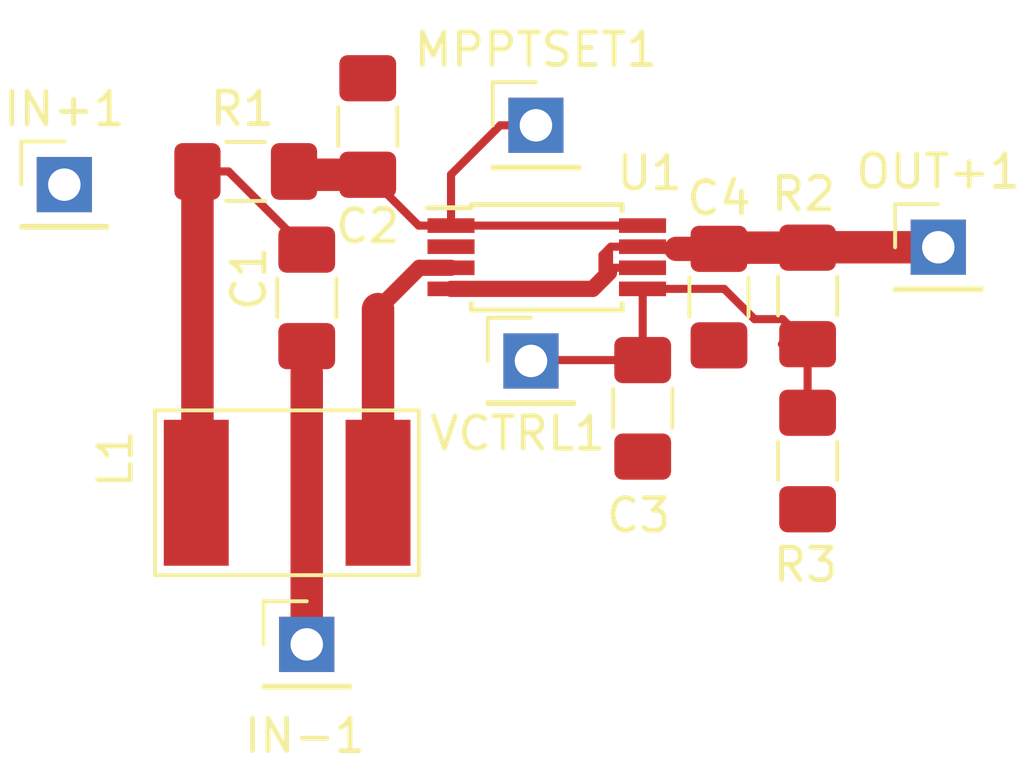
<source format=kicad_pcb>
(kicad_pcb (version 20171130) (host pcbnew "(5.1.0)-1")

  (general
    (thickness 1.6)
    (drawings 0)
    (tracks 48)
    (zones 0)
    (modules 14)
    (nets 7)
  )

  (page A4)
  (layers
    (0 F.Cu signal)
    (31 B.Cu signal)
    (32 B.Adhes user)
    (33 F.Adhes user)
    (34 B.Paste user)
    (35 F.Paste user)
    (36 B.SilkS user)
    (37 F.SilkS user)
    (38 B.Mask user)
    (39 F.Mask user)
    (40 Dwgs.User user)
    (41 Cmts.User user)
    (42 Eco1.User user)
    (43 Eco2.User user)
    (44 Edge.Cuts user)
    (45 Margin user)
    (46 B.CrtYd user)
    (47 F.CrtYd user)
    (48 B.Fab user)
    (49 F.Fab user hide)
  )

  (setup
    (last_trace_width 0.25)
    (trace_clearance 0.2)
    (zone_clearance 0.508)
    (zone_45_only no)
    (trace_min 0.2)
    (via_size 0.8)
    (via_drill 0.4)
    (via_min_size 0.4)
    (via_min_drill 0.3)
    (uvia_size 0.3)
    (uvia_drill 0.1)
    (uvias_allowed no)
    (uvia_min_size 0.2)
    (uvia_min_drill 0.1)
    (edge_width 0.05)
    (segment_width 0.2)
    (pcb_text_width 0.3)
    (pcb_text_size 1.5 1.5)
    (mod_edge_width 0.12)
    (mod_text_size 1 1)
    (mod_text_width 0.15)
    (pad_size 1.524 1.524)
    (pad_drill 0.762)
    (pad_to_mask_clearance 0.051)
    (solder_mask_min_width 0.25)
    (aux_axis_origin 0 0)
    (visible_elements 7FFFFFFF)
    (pcbplotparams
      (layerselection 0x010fc_ffffffff)
      (usegerberextensions false)
      (usegerberattributes false)
      (usegerberadvancedattributes false)
      (creategerberjobfile false)
      (excludeedgelayer true)
      (linewidth 0.100000)
      (plotframeref false)
      (viasonmask false)
      (mode 1)
      (useauxorigin false)
      (hpglpennumber 1)
      (hpglpenspeed 20)
      (hpglpendiameter 15.000000)
      (psnegative false)
      (psa4output false)
      (plotreference true)
      (plotvalue true)
      (plotinvisibletext false)
      (padsonsilk false)
      (subtractmaskfromsilk false)
      (outputformat 1)
      (mirror false)
      (drillshape 1)
      (scaleselection 1)
      (outputdirectory ""))
  )

  (net 0 "")
  (net 1 "Net-(C1-Pad1)")
  (net 2 GNDD)
  (net 3 "Net-(C2-Pad1)")
  (net 4 "Net-(C3-Pad1)")
  (net 5 "Net-(C4-Pad1)")
  (net 6 "Net-(L1-Pad2)")

  (net_class Default "This is the default net class."
    (clearance 0.2)
    (trace_width 0.25)
    (via_dia 0.8)
    (via_drill 0.4)
    (uvia_dia 0.3)
    (uvia_drill 0.1)
    (add_net GNDD)
    (add_net "Net-(C1-Pad1)")
    (add_net "Net-(C2-Pad1)")
    (add_net "Net-(C3-Pad1)")
    (add_net "Net-(C4-Pad1)")
    (add_net "Net-(L1-Pad2)")
  )

  (net_class 0.75 ""
    (clearance 0.2)
    (trace_width 0.75)
    (via_dia 0.8)
    (via_drill 0.4)
    (uvia_dia 0.3)
    (uvia_drill 0.1)
  )

  (module Capacitor_SMD:C_1206_3216Metric_Pad1.42x1.75mm_HandSolder (layer F.Cu) (tedit 5B301BBE) (tstamp 5DF9EDEC)
    (at 91.44 117.1813 270)
    (descr "Capacitor SMD 1206 (3216 Metric), square (rectangular) end terminal, IPC_7351 nominal with elongated pad for handsoldering. (Body size source: http://www.tortai-tech.com/upload/download/2011102023233369053.pdf), generated with kicad-footprint-generator")
    (tags "capacitor handsolder")
    (path /5DF03C7B)
    (attr smd)
    (fp_text reference C1 (at -0.5953 1.778 90) (layer F.SilkS)
      (effects (font (size 1 1) (thickness 0.15)))
    )
    (fp_text value 100u (at 0 1.82 270) (layer F.Fab)
      (effects (font (size 1 1) (thickness 0.15)))
    )
    (fp_line (start -1.6 0.8) (end -1.6 -0.8) (layer F.Fab) (width 0.1))
    (fp_line (start -1.6 -0.8) (end 1.6 -0.8) (layer F.Fab) (width 0.1))
    (fp_line (start 1.6 -0.8) (end 1.6 0.8) (layer F.Fab) (width 0.1))
    (fp_line (start 1.6 0.8) (end -1.6 0.8) (layer F.Fab) (width 0.1))
    (fp_line (start -0.602064 -0.91) (end 0.602064 -0.91) (layer F.SilkS) (width 0.12))
    (fp_line (start -0.602064 0.91) (end 0.602064 0.91) (layer F.SilkS) (width 0.12))
    (fp_line (start -2.45 1.12) (end -2.45 -1.12) (layer F.CrtYd) (width 0.05))
    (fp_line (start -2.45 -1.12) (end 2.45 -1.12) (layer F.CrtYd) (width 0.05))
    (fp_line (start 2.45 -1.12) (end 2.45 1.12) (layer F.CrtYd) (width 0.05))
    (fp_line (start 2.45 1.12) (end -2.45 1.12) (layer F.CrtYd) (width 0.05))
    (fp_text user %R (at -0.412001 0.442499 270) (layer F.Fab)
      (effects (font (size 0.8 0.8) (thickness 0.12)))
    )
    (pad 1 smd roundrect (at -1.4875 0 270) (size 1.425 1.75) (layers F.Cu F.Paste F.Mask) (roundrect_rratio 0.175439)
      (net 1 "Net-(C1-Pad1)"))
    (pad 2 smd roundrect (at 1.4875 0 270) (size 1.425 1.75) (layers F.Cu F.Paste F.Mask) (roundrect_rratio 0.175439)
      (net 2 GNDD))
    (model ${KISYS3DMOD}/Capacitor_SMD.3dshapes/C_1206_3216Metric.wrl
      (at (xyz 0 0 0))
      (scale (xyz 1 1 1))
      (rotate (xyz 0 0 0))
    )
  )

  (module Capacitor_SMD:C_1206_3216Metric_Pad1.42x1.75mm_HandSolder (layer F.Cu) (tedit 5B301BBE) (tstamp 5DF9EDFD)
    (at 93.3196 111.8981 90)
    (descr "Capacitor SMD 1206 (3216 Metric), square (rectangular) end terminal, IPC_7351 nominal with elongated pad for handsoldering. (Body size source: http://www.tortai-tech.com/upload/download/2011102023233369053.pdf), generated with kicad-footprint-generator")
    (tags "capacitor handsolder")
    (path /5DF18322)
    (attr smd)
    (fp_text reference C2 (at -3.075 0 180) (layer F.SilkS)
      (effects (font (size 1 1) (thickness 0.15)))
    )
    (fp_text value 1n (at 0 1.82 90) (layer F.Fab)
      (effects (font (size 1 1) (thickness 0.15)))
    )
    (fp_text user %R (at 0 0 90) (layer F.Fab)
      (effects (font (size 0.8 0.8) (thickness 0.12)))
    )
    (fp_line (start 2.45 1.12) (end -2.45 1.12) (layer F.CrtYd) (width 0.05))
    (fp_line (start 2.45 -1.12) (end 2.45 1.12) (layer F.CrtYd) (width 0.05))
    (fp_line (start -2.45 -1.12) (end 2.45 -1.12) (layer F.CrtYd) (width 0.05))
    (fp_line (start -2.45 1.12) (end -2.45 -1.12) (layer F.CrtYd) (width 0.05))
    (fp_line (start -0.602064 0.91) (end 0.602064 0.91) (layer F.SilkS) (width 0.12))
    (fp_line (start -0.602064 -0.91) (end 0.602064 -0.91) (layer F.SilkS) (width 0.12))
    (fp_line (start 1.6 0.8) (end -1.6 0.8) (layer F.Fab) (width 0.1))
    (fp_line (start 1.6 -0.8) (end 1.6 0.8) (layer F.Fab) (width 0.1))
    (fp_line (start -1.6 -0.8) (end 1.6 -0.8) (layer F.Fab) (width 0.1))
    (fp_line (start -1.6 0.8) (end -1.6 -0.8) (layer F.Fab) (width 0.1))
    (pad 2 smd roundrect (at 1.4875 0 90) (size 1.425 1.75) (layers F.Cu F.Paste F.Mask) (roundrect_rratio 0.175439)
      (net 2 GNDD))
    (pad 1 smd roundrect (at -1.4875 0 90) (size 1.425 1.75) (layers F.Cu F.Paste F.Mask) (roundrect_rratio 0.175439)
      (net 3 "Net-(C2-Pad1)"))
    (model ${KISYS3DMOD}/Capacitor_SMD.3dshapes/C_1206_3216Metric.wrl
      (at (xyz 0 0 0))
      (scale (xyz 1 1 1))
      (rotate (xyz 0 0 0))
    )
  )

  (module Capacitor_SMD:C_1206_3216Metric_Pad1.42x1.75mm_HandSolder (layer F.Cu) (tedit 5B301BBE) (tstamp 5DF9EE0E)
    (at 101.7905 120.5865 270)
    (descr "Capacitor SMD 1206 (3216 Metric), square (rectangular) end terminal, IPC_7351 nominal with elongated pad for handsoldering. (Body size source: http://www.tortai-tech.com/upload/download/2011102023233369053.pdf), generated with kicad-footprint-generator")
    (tags "capacitor handsolder")
    (path /5DF067C0)
    (attr smd)
    (fp_text reference C3 (at 3.302 0.127) (layer F.SilkS)
      (effects (font (size 1 1) (thickness 0.15)))
    )
    (fp_text value 1n (at 0 1.82 270) (layer F.Fab)
      (effects (font (size 1 1) (thickness 0.15)))
    )
    (fp_text user %R (at 0 0 270) (layer F.Fab)
      (effects (font (size 0.8 0.8) (thickness 0.12)))
    )
    (fp_line (start 2.45 1.12) (end -2.45 1.12) (layer F.CrtYd) (width 0.05))
    (fp_line (start 2.45 -1.12) (end 2.45 1.12) (layer F.CrtYd) (width 0.05))
    (fp_line (start -2.45 -1.12) (end 2.45 -1.12) (layer F.CrtYd) (width 0.05))
    (fp_line (start -2.45 1.12) (end -2.45 -1.12) (layer F.CrtYd) (width 0.05))
    (fp_line (start -0.602064 0.91) (end 0.602064 0.91) (layer F.SilkS) (width 0.12))
    (fp_line (start -0.602064 -0.91) (end 0.602064 -0.91) (layer F.SilkS) (width 0.12))
    (fp_line (start 1.6 0.8) (end -1.6 0.8) (layer F.Fab) (width 0.1))
    (fp_line (start 1.6 -0.8) (end 1.6 0.8) (layer F.Fab) (width 0.1))
    (fp_line (start -1.6 -0.8) (end 1.6 -0.8) (layer F.Fab) (width 0.1))
    (fp_line (start -1.6 0.8) (end -1.6 -0.8) (layer F.Fab) (width 0.1))
    (pad 2 smd roundrect (at 1.4875 0 270) (size 1.425 1.75) (layers F.Cu F.Paste F.Mask) (roundrect_rratio 0.175439)
      (net 2 GNDD))
    (pad 1 smd roundrect (at -1.4875 0 270) (size 1.425 1.75) (layers F.Cu F.Paste F.Mask) (roundrect_rratio 0.175439)
      (net 4 "Net-(C3-Pad1)"))
    (model ${KISYS3DMOD}/Capacitor_SMD.3dshapes/C_1206_3216Metric.wrl
      (at (xyz 0 0 0))
      (scale (xyz 1 1 1))
      (rotate (xyz 0 0 0))
    )
  )

  (module Capacitor_SMD:C_1206_3216Metric_Pad1.42x1.75mm_HandSolder (layer F.Cu) (tedit 5B301BBE) (tstamp 5DF9EE1F)
    (at 104.14 117.1575 270)
    (descr "Capacitor SMD 1206 (3216 Metric), square (rectangular) end terminal, IPC_7351 nominal with elongated pad for handsoldering. (Body size source: http://www.tortai-tech.com/upload/download/2011102023233369053.pdf), generated with kicad-footprint-generator")
    (tags "capacitor handsolder")
    (path /5DF0D320)
    (attr smd)
    (fp_text reference C4 (at -3.048 0) (layer F.SilkS)
      (effects (font (size 1 1) (thickness 0.15)))
    )
    (fp_text value 100u (at 0 1.82 270) (layer F.Fab)
      (effects (font (size 1 1) (thickness 0.15)))
    )
    (fp_line (start -1.6 0.8) (end -1.6 -0.8) (layer F.Fab) (width 0.1))
    (fp_line (start -1.6 -0.8) (end 1.6 -0.8) (layer F.Fab) (width 0.1))
    (fp_line (start 1.6 -0.8) (end 1.6 0.8) (layer F.Fab) (width 0.1))
    (fp_line (start 1.6 0.8) (end -1.6 0.8) (layer F.Fab) (width 0.1))
    (fp_line (start -0.602064 -0.91) (end 0.602064 -0.91) (layer F.SilkS) (width 0.12))
    (fp_line (start -0.602064 0.91) (end 0.602064 0.91) (layer F.SilkS) (width 0.12))
    (fp_line (start -2.45 1.12) (end -2.45 -1.12) (layer F.CrtYd) (width 0.05))
    (fp_line (start -2.45 -1.12) (end 2.45 -1.12) (layer F.CrtYd) (width 0.05))
    (fp_line (start 2.45 -1.12) (end 2.45 1.12) (layer F.CrtYd) (width 0.05))
    (fp_line (start 2.45 1.12) (end -2.45 1.12) (layer F.CrtYd) (width 0.05))
    (fp_text user %R (at 0 0 270) (layer F.Fab)
      (effects (font (size 0.8 0.8) (thickness 0.12)))
    )
    (pad 1 smd roundrect (at -1.4875 0 270) (size 1.425 1.75) (layers F.Cu F.Paste F.Mask) (roundrect_rratio 0.175439)
      (net 5 "Net-(C4-Pad1)"))
    (pad 2 smd roundrect (at 1.4875 0 270) (size 1.425 1.75) (layers F.Cu F.Paste F.Mask) (roundrect_rratio 0.175439)
      (net 2 GNDD))
    (model ${KISYS3DMOD}/Capacitor_SMD.3dshapes/C_1206_3216Metric.wrl
      (at (xyz 0 0 0))
      (scale (xyz 1 1 1))
      (rotate (xyz 0 0 0))
    )
  )

  (module Connector_PinHeader_2.54mm:PinHeader_1x01_P2.54mm_Vertical (layer F.Cu) (tedit 59FED5CC) (tstamp 5DF9EE34)
    (at 83.9724 113.6904)
    (descr "Through hole straight pin header, 1x01, 2.54mm pitch, single row")
    (tags "Through hole pin header THT 1x01 2.54mm single row")
    (path /5DF0C221)
    (fp_text reference IN+1 (at 0 -2.33) (layer F.SilkS)
      (effects (font (size 1 1) (thickness 0.15)))
    )
    (fp_text value TestPoint (at 0 2.33) (layer F.Fab)
      (effects (font (size 1 1) (thickness 0.15)))
    )
    (fp_line (start -0.635 -1.27) (end 1.27 -1.27) (layer F.Fab) (width 0.1))
    (fp_line (start 1.27 -1.27) (end 1.27 1.27) (layer F.Fab) (width 0.1))
    (fp_line (start 1.27 1.27) (end -1.27 1.27) (layer F.Fab) (width 0.1))
    (fp_line (start -1.27 1.27) (end -1.27 -0.635) (layer F.Fab) (width 0.1))
    (fp_line (start -1.27 -0.635) (end -0.635 -1.27) (layer F.Fab) (width 0.1))
    (fp_line (start -1.33 1.33) (end 1.33 1.33) (layer F.SilkS) (width 0.12))
    (fp_line (start -1.33 1.27) (end -1.33 1.33) (layer F.SilkS) (width 0.12))
    (fp_line (start 1.33 1.27) (end 1.33 1.33) (layer F.SilkS) (width 0.12))
    (fp_line (start -1.33 1.27) (end 1.33 1.27) (layer F.SilkS) (width 0.12))
    (fp_line (start -1.33 0) (end -1.33 -1.33) (layer F.SilkS) (width 0.12))
    (fp_line (start -1.33 -1.33) (end 0 -1.33) (layer F.SilkS) (width 0.12))
    (fp_line (start -1.8 -1.8) (end -1.8 1.8) (layer F.CrtYd) (width 0.05))
    (fp_line (start -1.8 1.8) (end 1.8 1.8) (layer F.CrtYd) (width 0.05))
    (fp_line (start 1.8 1.8) (end 1.8 -1.8) (layer F.CrtYd) (width 0.05))
    (fp_line (start 1.8 -1.8) (end -1.8 -1.8) (layer F.CrtYd) (width 0.05))
    (fp_text user %R (at 0 0 90) (layer F.Fab)
      (effects (font (size 1 1) (thickness 0.15)))
    )
    (pad 1 thru_hole rect (at 0 0) (size 1.7 1.7) (drill 1) (layers *.Cu *.Mask)
      (net 1 "Net-(C1-Pad1)"))
    (model ${KISYS3DMOD}/Connector_PinHeader_2.54mm.3dshapes/PinHeader_1x01_P2.54mm_Vertical.wrl
      (at (xyz 0 0 0))
      (scale (xyz 1 1 1))
      (rotate (xyz 0 0 0))
    )
  )

  (module Connector_PinHeader_2.54mm:PinHeader_1x01_P2.54mm_Vertical (layer F.Cu) (tedit 59FED5CC) (tstamp 5DF9B3F8)
    (at 91.44 127.8636)
    (descr "Through hole straight pin header, 1x01, 2.54mm pitch, single row")
    (tags "Through hole pin header THT 1x01 2.54mm single row")
    (path /5DF0CB9C)
    (fp_text reference IN-1 (at -0.0508 2.8194) (layer F.SilkS)
      (effects (font (size 1 1) (thickness 0.15)))
    )
    (fp_text value TestPoint (at 0 2.33) (layer F.Fab)
      (effects (font (size 1 1) (thickness 0.15)))
    )
    (fp_text user %R (at 0 0 90) (layer F.Fab)
      (effects (font (size 1 1) (thickness 0.15)))
    )
    (fp_line (start 1.8 -1.8) (end -1.8 -1.8) (layer F.CrtYd) (width 0.05))
    (fp_line (start 1.8 1.8) (end 1.8 -1.8) (layer F.CrtYd) (width 0.05))
    (fp_line (start -1.8 1.8) (end 1.8 1.8) (layer F.CrtYd) (width 0.05))
    (fp_line (start -1.8 -1.8) (end -1.8 1.8) (layer F.CrtYd) (width 0.05))
    (fp_line (start -1.33 -1.33) (end 0 -1.33) (layer F.SilkS) (width 0.12))
    (fp_line (start -1.33 0) (end -1.33 -1.33) (layer F.SilkS) (width 0.12))
    (fp_line (start -1.33 1.27) (end 1.33 1.27) (layer F.SilkS) (width 0.12))
    (fp_line (start 1.33 1.27) (end 1.33 1.33) (layer F.SilkS) (width 0.12))
    (fp_line (start -1.33 1.27) (end -1.33 1.33) (layer F.SilkS) (width 0.12))
    (fp_line (start -1.33 1.33) (end 1.33 1.33) (layer F.SilkS) (width 0.12))
    (fp_line (start -1.27 -0.635) (end -0.635 -1.27) (layer F.Fab) (width 0.1))
    (fp_line (start -1.27 1.27) (end -1.27 -0.635) (layer F.Fab) (width 0.1))
    (fp_line (start 1.27 1.27) (end -1.27 1.27) (layer F.Fab) (width 0.1))
    (fp_line (start 1.27 -1.27) (end 1.27 1.27) (layer F.Fab) (width 0.1))
    (fp_line (start -0.635 -1.27) (end 1.27 -1.27) (layer F.Fab) (width 0.1))
    (pad 1 thru_hole rect (at 0 0) (size 1.7 1.7) (drill 1) (layers *.Cu *.Mask)
      (net 2 GNDD))
    (model ${KISYS3DMOD}/Connector_PinHeader_2.54mm.3dshapes/PinHeader_1x01_P2.54mm_Vertical.wrl
      (at (xyz 0 0 0))
      (scale (xyz 1 1 1))
      (rotate (xyz 0 0 0))
    )
  )

  (module B82442T1103K050:B82442T1103K050 (layer F.Cu) (tedit 5DF99D39) (tstamp 5DF9A678)
    (at 88.0364 123.19)
    (path /5DF0024B)
    (fp_text reference L1 (at -2.4892 -1.0414 90) (layer F.SilkS)
      (effects (font (size 1 1) (thickness 0.15)))
    )
    (fp_text value 10u (at 3.048 -5.588) (layer F.Fab)
      (effects (font (size 1 1) (thickness 0.15)))
    )
    (fp_line (start -1.27 -2.54) (end 6.858 -2.54) (layer F.SilkS) (width 0.12))
    (fp_line (start 6.858 -2.54) (end 6.858 2.54) (layer F.SilkS) (width 0.12))
    (fp_line (start 6.858 2.54) (end -1.27 2.54) (layer F.SilkS) (width 0.12))
    (fp_line (start -1.27 2.54) (end -1.27 -2.54) (layer F.SilkS) (width 0.12))
    (pad 1 smd rect (at 0 0) (size 2 4.5) (layers F.Cu F.Paste F.Mask)
      (net 1 "Net-(C1-Pad1)"))
    (pad 2 smd rect (at 5.6 0) (size 2 4.5) (layers F.Cu F.Paste F.Mask)
      (net 6 "Net-(L1-Pad2)"))
  )

  (module Connector_PinHeader_2.54mm:PinHeader_1x01_P2.54mm_Vertical (layer F.Cu) (tedit 59FED5CC) (tstamp 5DF9EE7D)
    (at 98.5012 111.8616)
    (descr "Through hole straight pin header, 1x01, 2.54mm pitch, single row")
    (tags "Through hole pin header THT 1x01 2.54mm single row")
    (path /5DF20F1E)
    (fp_text reference MPPTSET1 (at 0 -2.33) (layer F.SilkS)
      (effects (font (size 1 1) (thickness 0.15)))
    )
    (fp_text value TestPoint (at 0 2.33) (layer F.Fab)
      (effects (font (size 1 1) (thickness 0.15)))
    )
    (fp_text user %R (at 0 0 90) (layer F.Fab)
      (effects (font (size 1 1) (thickness 0.15)))
    )
    (fp_line (start 1.8 -1.8) (end -1.8 -1.8) (layer F.CrtYd) (width 0.05))
    (fp_line (start 1.8 1.8) (end 1.8 -1.8) (layer F.CrtYd) (width 0.05))
    (fp_line (start -1.8 1.8) (end 1.8 1.8) (layer F.CrtYd) (width 0.05))
    (fp_line (start -1.8 -1.8) (end -1.8 1.8) (layer F.CrtYd) (width 0.05))
    (fp_line (start -1.33 -1.33) (end 0 -1.33) (layer F.SilkS) (width 0.12))
    (fp_line (start -1.33 0) (end -1.33 -1.33) (layer F.SilkS) (width 0.12))
    (fp_line (start -1.33 1.27) (end 1.33 1.27) (layer F.SilkS) (width 0.12))
    (fp_line (start 1.33 1.27) (end 1.33 1.33) (layer F.SilkS) (width 0.12))
    (fp_line (start -1.33 1.27) (end -1.33 1.33) (layer F.SilkS) (width 0.12))
    (fp_line (start -1.33 1.33) (end 1.33 1.33) (layer F.SilkS) (width 0.12))
    (fp_line (start -1.27 -0.635) (end -0.635 -1.27) (layer F.Fab) (width 0.1))
    (fp_line (start -1.27 1.27) (end -1.27 -0.635) (layer F.Fab) (width 0.1))
    (fp_line (start 1.27 1.27) (end -1.27 1.27) (layer F.Fab) (width 0.1))
    (fp_line (start 1.27 -1.27) (end 1.27 1.27) (layer F.Fab) (width 0.1))
    (fp_line (start -0.635 -1.27) (end 1.27 -1.27) (layer F.Fab) (width 0.1))
    (pad 1 thru_hole rect (at 0 0) (size 1.7 1.7) (drill 1) (layers *.Cu *.Mask)
      (net 3 "Net-(C2-Pad1)"))
    (model ${KISYS3DMOD}/Connector_PinHeader_2.54mm.3dshapes/PinHeader_1x01_P2.54mm_Vertical.wrl
      (at (xyz 0 0 0))
      (scale (xyz 1 1 1))
      (rotate (xyz 0 0 0))
    )
  )

  (module Connector_PinHeader_2.54mm:PinHeader_1x01_P2.54mm_Vertical (layer F.Cu) (tedit 59FED5CC) (tstamp 5DF9EE92)
    (at 110.8964 115.6208)
    (descr "Through hole straight pin header, 1x01, 2.54mm pitch, single row")
    (tags "Through hole pin header THT 1x01 2.54mm single row")
    (path /5DF0E3DD)
    (fp_text reference OUT+1 (at 0 -2.33) (layer F.SilkS)
      (effects (font (size 1 1) (thickness 0.15)))
    )
    (fp_text value TestPoint (at 0 2.33) (layer F.Fab)
      (effects (font (size 1 1) (thickness 0.15)))
    )
    (fp_line (start -0.635 -1.27) (end 1.27 -1.27) (layer F.Fab) (width 0.1))
    (fp_line (start 1.27 -1.27) (end 1.27 1.27) (layer F.Fab) (width 0.1))
    (fp_line (start 1.27 1.27) (end -1.27 1.27) (layer F.Fab) (width 0.1))
    (fp_line (start -1.27 1.27) (end -1.27 -0.635) (layer F.Fab) (width 0.1))
    (fp_line (start -1.27 -0.635) (end -0.635 -1.27) (layer F.Fab) (width 0.1))
    (fp_line (start -1.33 1.33) (end 1.33 1.33) (layer F.SilkS) (width 0.12))
    (fp_line (start -1.33 1.27) (end -1.33 1.33) (layer F.SilkS) (width 0.12))
    (fp_line (start 1.33 1.27) (end 1.33 1.33) (layer F.SilkS) (width 0.12))
    (fp_line (start -1.33 1.27) (end 1.33 1.27) (layer F.SilkS) (width 0.12))
    (fp_line (start -1.33 0) (end -1.33 -1.33) (layer F.SilkS) (width 0.12))
    (fp_line (start -1.33 -1.33) (end 0 -1.33) (layer F.SilkS) (width 0.12))
    (fp_line (start -1.8 -1.8) (end -1.8 1.8) (layer F.CrtYd) (width 0.05))
    (fp_line (start -1.8 1.8) (end 1.8 1.8) (layer F.CrtYd) (width 0.05))
    (fp_line (start 1.8 1.8) (end 1.8 -1.8) (layer F.CrtYd) (width 0.05))
    (fp_line (start 1.8 -1.8) (end -1.8 -1.8) (layer F.CrtYd) (width 0.05))
    (fp_text user %R (at 0 0 90) (layer F.Fab)
      (effects (font (size 1 1) (thickness 0.15)))
    )
    (pad 1 thru_hole rect (at 0 0) (size 1.7 1.7) (drill 1) (layers *.Cu *.Mask)
      (net 5 "Net-(C4-Pad1)"))
    (model ${KISYS3DMOD}/Connector_PinHeader_2.54mm.3dshapes/PinHeader_1x01_P2.54mm_Vertical.wrl
      (at (xyz 0 0 0))
      (scale (xyz 1 1 1))
      (rotate (xyz 0 0 0))
    )
  )

  (module Resistor_SMD:R_1206_3216Metric_Pad1.42x1.75mm_HandSolder (layer F.Cu) (tedit 5B301BBD) (tstamp 5DF9EEB8)
    (at 89.5604 113.284 180)
    (descr "Resistor SMD 1206 (3216 Metric), square (rectangular) end terminal, IPC_7351 nominal with elongated pad for handsoldering. (Body size source: http://www.tortai-tech.com/upload/download/2011102023233369053.pdf), generated with kicad-footprint-generator")
    (tags "resistor handsolder")
    (path /5DF00C3E)
    (attr smd)
    (fp_text reference R1 (at 0.1016 1.9304 180) (layer F.SilkS)
      (effects (font (size 1 1) (thickness 0.15)))
    )
    (fp_text value 1K (at 0 1.82 180) (layer F.Fab)
      (effects (font (size 1 1) (thickness 0.15)))
    )
    (fp_line (start -1.6 0.8) (end -1.6 -0.8) (layer F.Fab) (width 0.1))
    (fp_line (start -1.6 -0.8) (end 1.6 -0.8) (layer F.Fab) (width 0.1))
    (fp_line (start 1.6 -0.8) (end 1.6 0.8) (layer F.Fab) (width 0.1))
    (fp_line (start 1.6 0.8) (end -1.6 0.8) (layer F.Fab) (width 0.1))
    (fp_line (start -0.602064 -0.91) (end 0.602064 -0.91) (layer F.SilkS) (width 0.12))
    (fp_line (start -0.602064 0.91) (end 0.602064 0.91) (layer F.SilkS) (width 0.12))
    (fp_line (start -2.45 1.12) (end -2.45 -1.12) (layer F.CrtYd) (width 0.05))
    (fp_line (start -2.45 -1.12) (end 2.45 -1.12) (layer F.CrtYd) (width 0.05))
    (fp_line (start 2.45 -1.12) (end 2.45 1.12) (layer F.CrtYd) (width 0.05))
    (fp_line (start 2.45 1.12) (end -2.45 1.12) (layer F.CrtYd) (width 0.05))
    (fp_text user %R (at 0 0 180) (layer F.Fab)
      (effects (font (size 0.8 0.8) (thickness 0.12)))
    )
    (pad 1 smd roundrect (at -1.4875 0 180) (size 1.425 1.75) (layers F.Cu F.Paste F.Mask) (roundrect_rratio 0.175439)
      (net 3 "Net-(C2-Pad1)"))
    (pad 2 smd roundrect (at 1.4875 0 180) (size 1.425 1.75) (layers F.Cu F.Paste F.Mask) (roundrect_rratio 0.175439)
      (net 1 "Net-(C1-Pad1)"))
    (model ${KISYS3DMOD}/Resistor_SMD.3dshapes/R_1206_3216Metric.wrl
      (at (xyz 0 0 0))
      (scale (xyz 1 1 1))
      (rotate (xyz 0 0 0))
    )
  )

  (module Resistor_SMD:R_1206_3216Metric_Pad1.42x1.75mm_HandSolder (layer F.Cu) (tedit 5B301BBD) (tstamp 5DF9A024)
    (at 106.8705 117.121 90)
    (descr "Resistor SMD 1206 (3216 Metric), square (rectangular) end terminal, IPC_7351 nominal with elongated pad for handsoldering. (Body size source: http://www.tortai-tech.com/upload/download/2011102023233369053.pdf), generated with kicad-footprint-generator")
    (tags "resistor handsolder")
    (path /5DF04D7F)
    (attr smd)
    (fp_text reference R2 (at 3.1385 -0.127 180) (layer F.SilkS)
      (effects (font (size 1 1) (thickness 0.15)))
    )
    (fp_text value 768k (at 0 1.82 90) (layer F.Fab)
      (effects (font (size 1 1) (thickness 0.15)))
    )
    (fp_text user %R (at 0 0 90) (layer F.Fab)
      (effects (font (size 0.8 0.8) (thickness 0.12)))
    )
    (fp_line (start 2.45 1.12) (end -2.45 1.12) (layer F.CrtYd) (width 0.05))
    (fp_line (start 2.45 -1.12) (end 2.45 1.12) (layer F.CrtYd) (width 0.05))
    (fp_line (start -2.45 -1.12) (end 2.45 -1.12) (layer F.CrtYd) (width 0.05))
    (fp_line (start -2.45 1.12) (end -2.45 -1.12) (layer F.CrtYd) (width 0.05))
    (fp_line (start -0.602064 0.91) (end 0.602064 0.91) (layer F.SilkS) (width 0.12))
    (fp_line (start -0.602064 -0.91) (end 0.602064 -0.91) (layer F.SilkS) (width 0.12))
    (fp_line (start 1.6 0.8) (end -1.6 0.8) (layer F.Fab) (width 0.1))
    (fp_line (start 1.6 -0.8) (end 1.6 0.8) (layer F.Fab) (width 0.1))
    (fp_line (start -1.6 -0.8) (end 1.6 -0.8) (layer F.Fab) (width 0.1))
    (fp_line (start -1.6 0.8) (end -1.6 -0.8) (layer F.Fab) (width 0.1))
    (pad 2 smd roundrect (at 1.4875 0 90) (size 1.425 1.75) (layers F.Cu F.Paste F.Mask) (roundrect_rratio 0.175439)
      (net 5 "Net-(C4-Pad1)"))
    (pad 1 smd roundrect (at -1.4875 0 90) (size 1.425 1.75) (layers F.Cu F.Paste F.Mask) (roundrect_rratio 0.175439)
      (net 4 "Net-(C3-Pad1)"))
    (model ${KISYS3DMOD}/Resistor_SMD.3dshapes/R_1206_3216Metric.wrl
      (at (xyz 0 0 0))
      (scale (xyz 1 1 1))
      (rotate (xyz 0 0 0))
    )
  )

  (module Resistor_SMD:R_1206_3216Metric_Pad1.42x1.75mm_HandSolder (layer F.Cu) (tedit 5B301BBD) (tstamp 5DF9EEDA)
    (at 106.8705 122.2105 90)
    (descr "Resistor SMD 1206 (3216 Metric), square (rectangular) end terminal, IPC_7351 nominal with elongated pad for handsoldering. (Body size source: http://www.tortai-tech.com/upload/download/2011102023233369053.pdf), generated with kicad-footprint-generator")
    (tags "resistor handsolder")
    (path /5DF056B9)
    (attr smd)
    (fp_text reference R3 (at -3.202 -0.0635 180) (layer F.SilkS)
      (effects (font (size 1 1) (thickness 0.15)))
    )
    (fp_text value 330k (at 0 1.82 90) (layer F.Fab)
      (effects (font (size 1 1) (thickness 0.15)))
    )
    (fp_line (start -1.6 0.8) (end -1.6 -0.8) (layer F.Fab) (width 0.1))
    (fp_line (start -1.6 -0.8) (end 1.6 -0.8) (layer F.Fab) (width 0.1))
    (fp_line (start 1.6 -0.8) (end 1.6 0.8) (layer F.Fab) (width 0.1))
    (fp_line (start 1.6 0.8) (end -1.6 0.8) (layer F.Fab) (width 0.1))
    (fp_line (start -0.602064 -0.91) (end 0.602064 -0.91) (layer F.SilkS) (width 0.12))
    (fp_line (start -0.602064 0.91) (end 0.602064 0.91) (layer F.SilkS) (width 0.12))
    (fp_line (start -2.45 1.12) (end -2.45 -1.12) (layer F.CrtYd) (width 0.05))
    (fp_line (start -2.45 -1.12) (end 2.45 -1.12) (layer F.CrtYd) (width 0.05))
    (fp_line (start 2.45 -1.12) (end 2.45 1.12) (layer F.CrtYd) (width 0.05))
    (fp_line (start 2.45 1.12) (end -2.45 1.12) (layer F.CrtYd) (width 0.05))
    (fp_text user %R (at 0 0 90) (layer F.Fab)
      (effects (font (size 0.8 0.8) (thickness 0.12)))
    )
    (pad 1 smd roundrect (at -1.4875 0 90) (size 1.425 1.75) (layers F.Cu F.Paste F.Mask) (roundrect_rratio 0.175439)
      (net 2 GNDD))
    (pad 2 smd roundrect (at 1.4875 0 90) (size 1.425 1.75) (layers F.Cu F.Paste F.Mask) (roundrect_rratio 0.175439)
      (net 4 "Net-(C3-Pad1)"))
    (model ${KISYS3DMOD}/Resistor_SMD.3dshapes/R_1206_3216Metric.wrl
      (at (xyz 0 0 0))
      (scale (xyz 1 1 1))
      (rotate (xyz 0 0 0))
    )
  )

  (module Package_SO:TSSOP-8_4.4x3mm_P0.65mm (layer F.Cu) (tedit 5A02F25C) (tstamp 5DF99ECB)
    (at 98.835 115.9285)
    (descr "8-Lead Plastic Thin Shrink Small Outline (ST)-4.4 mm Body [TSSOP] (see Microchip Packaging Specification 00000049BS.pdf)")
    (tags "SSOP 0.65")
    (path /5DEFFC94)
    (attr smd)
    (fp_text reference U1 (at 3.1714 -2.5937) (layer F.SilkS)
      (effects (font (size 1 1) (thickness 0.15)))
    )
    (fp_text value SPV1040 (at 0 2.55) (layer F.Fab)
      (effects (font (size 1 1) (thickness 0.15)))
    )
    (fp_line (start -1.2 -1.5) (end 2.2 -1.5) (layer F.Fab) (width 0.15))
    (fp_line (start 2.2 -1.5) (end 2.2 1.5) (layer F.Fab) (width 0.15))
    (fp_line (start 2.2 1.5) (end -2.2 1.5) (layer F.Fab) (width 0.15))
    (fp_line (start -2.2 1.5) (end -2.2 -0.5) (layer F.Fab) (width 0.15))
    (fp_line (start -2.2 -0.5) (end -1.2 -1.5) (layer F.Fab) (width 0.15))
    (fp_line (start -3.95 -1.8) (end -3.95 1.8) (layer F.CrtYd) (width 0.05))
    (fp_line (start 3.95 -1.8) (end 3.95 1.8) (layer F.CrtYd) (width 0.05))
    (fp_line (start -3.95 -1.8) (end 3.95 -1.8) (layer F.CrtYd) (width 0.05))
    (fp_line (start -3.95 1.8) (end 3.95 1.8) (layer F.CrtYd) (width 0.05))
    (fp_line (start -2.325 -1.625) (end -2.325 -1.525) (layer F.SilkS) (width 0.15))
    (fp_line (start 2.325 -1.625) (end 2.325 -1.425) (layer F.SilkS) (width 0.15))
    (fp_line (start 2.325 1.625) (end 2.325 1.425) (layer F.SilkS) (width 0.15))
    (fp_line (start -2.325 1.625) (end -2.325 1.425) (layer F.SilkS) (width 0.15))
    (fp_line (start -2.325 -1.625) (end 2.325 -1.625) (layer F.SilkS) (width 0.15))
    (fp_line (start -2.325 1.625) (end 2.325 1.625) (layer F.SilkS) (width 0.15))
    (fp_line (start -2.325 -1.525) (end -3.675 -1.525) (layer F.SilkS) (width 0.15))
    (fp_text user %R (at -0.4445 0.381) (layer F.Fab)
      (effects (font (size 0.7 0.7) (thickness 0.15)))
    )
    (pad 1 smd rect (at -2.95 -0.975) (size 1.45 0.45) (layers F.Cu F.Paste F.Mask)
      (net 3 "Net-(C2-Pad1)"))
    (pad 2 smd rect (at -2.95 -0.325) (size 1.45 0.45) (layers F.Cu F.Paste F.Mask)
      (net 2 GNDD))
    (pad 3 smd rect (at -2.95 0.325) (size 1.45 0.45) (layers F.Cu F.Paste F.Mask)
      (net 6 "Net-(L1-Pad2)"))
    (pad 4 smd rect (at -2.95 0.975) (size 1.45 0.45) (layers F.Cu F.Paste F.Mask)
      (net 5 "Net-(C4-Pad1)"))
    (pad 5 smd rect (at 2.95 0.975) (size 1.45 0.45) (layers F.Cu F.Paste F.Mask)
      (net 4 "Net-(C3-Pad1)"))
    (pad 6 smd rect (at 2.95 0.325) (size 1.45 0.45) (layers F.Cu F.Paste F.Mask)
      (net 5 "Net-(C4-Pad1)"))
    (pad 7 smd rect (at 2.95 -0.325) (size 1.45 0.45) (layers F.Cu F.Paste F.Mask)
      (net 5 "Net-(C4-Pad1)"))
    (pad 8 smd rect (at 2.95 -0.975) (size 1.45 0.45) (layers F.Cu F.Paste F.Mask)
      (net 3 "Net-(C2-Pad1)"))
    (model ${KISYS3DMOD}/Package_SO.3dshapes/TSSOP-8_4.4x3mm_P0.65mm.wrl
      (at (xyz 0 0 0))
      (scale (xyz 1 1 1))
      (rotate (xyz 0 0 0))
    )
  )

  (module Connector_PinHeader_2.54mm:PinHeader_1x01_P2.54mm_Vertical (layer F.Cu) (tedit 59FED5CC) (tstamp 5DF9EF0C)
    (at 98.3488 119.126)
    (descr "Through hole straight pin header, 1x01, 2.54mm pitch, single row")
    (tags "Through hole pin header THT 1x01 2.54mm single row")
    (path /5DF20AB3)
    (fp_text reference VCTRL1 (at -0.4064 2.2352) (layer F.SilkS)
      (effects (font (size 1 1) (thickness 0.15)))
    )
    (fp_text value TestPoint (at 0 2.33) (layer F.Fab)
      (effects (font (size 1 1) (thickness 0.15)))
    )
    (fp_line (start -0.635 -1.27) (end 1.27 -1.27) (layer F.Fab) (width 0.1))
    (fp_line (start 1.27 -1.27) (end 1.27 1.27) (layer F.Fab) (width 0.1))
    (fp_line (start 1.27 1.27) (end -1.27 1.27) (layer F.Fab) (width 0.1))
    (fp_line (start -1.27 1.27) (end -1.27 -0.635) (layer F.Fab) (width 0.1))
    (fp_line (start -1.27 -0.635) (end -0.635 -1.27) (layer F.Fab) (width 0.1))
    (fp_line (start -1.33 1.33) (end 1.33 1.33) (layer F.SilkS) (width 0.12))
    (fp_line (start -1.33 1.27) (end -1.33 1.33) (layer F.SilkS) (width 0.12))
    (fp_line (start 1.33 1.27) (end 1.33 1.33) (layer F.SilkS) (width 0.12))
    (fp_line (start -1.33 1.27) (end 1.33 1.27) (layer F.SilkS) (width 0.12))
    (fp_line (start -1.33 0) (end -1.33 -1.33) (layer F.SilkS) (width 0.12))
    (fp_line (start -1.33 -1.33) (end 0 -1.33) (layer F.SilkS) (width 0.12))
    (fp_line (start -1.8 -1.8) (end -1.8 1.8) (layer F.CrtYd) (width 0.05))
    (fp_line (start -1.8 1.8) (end 1.8 1.8) (layer F.CrtYd) (width 0.05))
    (fp_line (start 1.8 1.8) (end 1.8 -1.8) (layer F.CrtYd) (width 0.05))
    (fp_line (start 1.8 -1.8) (end -1.8 -1.8) (layer F.CrtYd) (width 0.05))
    (fp_text user %R (at 0 0 90) (layer F.Fab)
      (effects (font (size 1 1) (thickness 0.15)))
    )
    (pad 1 thru_hole rect (at 0 0) (size 1.7 1.7) (drill 1) (layers *.Cu *.Mask)
      (net 4 "Net-(C3-Pad1)"))
    (model ${KISYS3DMOD}/Connector_PinHeader_2.54mm.3dshapes/PinHeader_1x01_P2.54mm_Vertical.wrl
      (at (xyz 0 0 0))
      (scale (xyz 1 1 1))
      (rotate (xyz 0 0 0))
    )
  )

  (segment (start 88.5444 113.7555) (end 88.0729 113.284) (width 0.25) (layer F.Cu) (net 1))
  (segment (start 88.0729 123.1535) (end 88.0364 123.19) (width 0.25) (layer F.Cu) (net 1))
  (segment (start 88.0729 113.284) (end 88.0729 123.1535) (width 1) (layer F.Cu) (net 1))
  (segment (start 89.0302 113.284) (end 88.0729 113.284) (width 0.25) (layer F.Cu) (net 1))
  (segment (start 91.44 115.6938) (end 89.0302 113.284) (width 0.25) (layer F.Cu) (net 1))
  (segment (start 91.44 119.4813) (end 91.44 127.8636) (width 1) (layer F.Cu) (net 2))
  (segment (start 91.44 118.6688) (end 91.44 119.4813) (width 0.25) (layer F.Cu) (net 2))
  (segment (start 95.885 114.9535) (end 101.785 114.9535) (width 0.25) (layer F.Cu) (net 3))
  (segment (start 94.8875 114.9535) (end 93.3196 113.3856) (width 0.25) (layer F.Cu) (net 3))
  (segment (start 95.885 114.9535) (end 94.8875 114.9535) (width 0.25) (layer F.Cu) (net 3))
  (segment (start 91.1495 113.3856) (end 91.0479 113.284) (width 0.25) (layer F.Cu) (net 3))
  (segment (start 93.3196 113.3856) (end 91.1495 113.3856) (width 1) (layer F.Cu) (net 3))
  (segment (start 97.4012 111.8616) (end 98.5012 111.8616) (width 0.25) (layer F.Cu) (net 3))
  (segment (start 95.885 113.3778) (end 97.4012 111.8616) (width 0.25) (layer F.Cu) (net 3))
  (segment (start 95.885 114.9535) (end 95.885 113.3778) (width 0.25) (layer F.Cu) (net 3))
  (segment (start 101.7905 116.909) (end 101.785 116.9035) (width 0.25) (layer F.Cu) (net 4))
  (segment (start 101.7905 119.099) (end 101.7905 116.909) (width 0.25) (layer F.Cu) (net 4))
  (segment (start 98.3758 119.099) (end 98.3488 119.126) (width 0.25) (layer F.Cu) (net 4))
  (segment (start 101.7905 119.099) (end 98.3758 119.099) (width 0.25) (layer F.Cu) (net 4))
  (segment (start 106.8705 118.6085) (end 106.8705 120.723) (width 0.25) (layer F.Cu) (net 4))
  (segment (start 106.8705 118.6085) (end 106.07719 118.6085) (width 0.25) (layer F.Cu) (net 4))
  (segment (start 102.76 116.9035) (end 101.785 116.9035) (width 0.25) (layer F.Cu) (net 4))
  (segment (start 104.29919 116.9035) (end 102.76 116.9035) (width 0.25) (layer F.Cu) (net 4))
  (segment (start 105.232843 117.837153) (end 104.29919 116.9035) (width 0.25) (layer F.Cu) (net 4))
  (segment (start 106.099153 117.837153) (end 105.232843 117.837153) (width 0.25) (layer F.Cu) (net 4))
  (segment (start 106.8705 118.6085) (end 106.099153 117.837153) (width 0.25) (layer F.Cu) (net 4))
  (segment (start 95.885 116.9035) (end 100.249998 116.9035) (width 0.5) (layer F.Cu) (net 5))
  (segment (start 104.1765 115.6335) (end 104.14 115.67) (width 0.25) (layer F.Cu) (net 5))
  (segment (start 106.8705 115.6335) (end 104.1765 115.6335) (width 1) (layer F.Cu) (net 5))
  (segment (start 101.8515 115.67) (end 101.785 115.6035) (width 0.25) (layer F.Cu) (net 5))
  (segment (start 100.81 115.6035) (end 101.785 115.6035) (width 0.25) (layer F.Cu) (net 5))
  (segment (start 100.753549 115.659951) (end 100.81 115.6035) (width 0.25) (layer F.Cu) (net 5))
  (segment (start 100.753549 116.399949) (end 100.753549 115.659951) (width 0.25) (layer F.Cu) (net 5))
  (segment (start 100.753549 116.399949) (end 100.899998 116.2535) (width 0.25) (layer F.Cu) (net 5))
  (segment (start 100.550349 115.863151) (end 100.753549 115.659951) (width 0.25) (layer F.Cu) (net 5))
  (segment (start 100.550349 116.603149) (end 100.753549 116.399949) (width 0.5) (layer F.Cu) (net 5))
  (segment (start 100.249998 116.9035) (end 100.550349 116.603149) (width 0.5) (layer F.Cu) (net 5))
  (segment (start 100.550349 116.603149) (end 100.550349 115.863151) (width 0.25) (layer F.Cu) (net 5))
  (segment (start 100.899998 116.2535) (end 101.785 116.2535) (width 0.25) (layer F.Cu) (net 5))
  (segment (start 102.8265 115.67) (end 104.14 115.67) (width 0.75) (layer F.Cu) (net 5))
  (segment (start 101.785 115.6035) (end 102.76 115.6035) (width 0.25) (layer F.Cu) (net 5))
  (segment (start 102.76 115.6035) (end 102.8265 115.67) (width 0.25) (layer F.Cu) (net 5))
  (segment (start 106.8832 115.6208) (end 106.8705 115.6335) (width 0.25) (layer F.Cu) (net 5))
  (segment (start 110.8964 115.6208) (end 106.8832 115.6208) (width 1) (layer F.Cu) (net 5))
  (segment (start 93.6364 117.5271) (end 93.6364 123.19) (width 1) (layer F.Cu) (net 6))
  (segment (start 95.885 116.2535) (end 94.91 116.2535) (width 0.5) (layer F.Cu) (net 6))
  (segment (start 94.91 116.2535) (end 93.6364 117.5271) (width 0.5) (layer F.Cu) (net 6))
  (segment (start 93.6364 117.5271) (end 93.6123 117.5512) (width 0.25) (layer F.Cu) (net 6))

)

</source>
